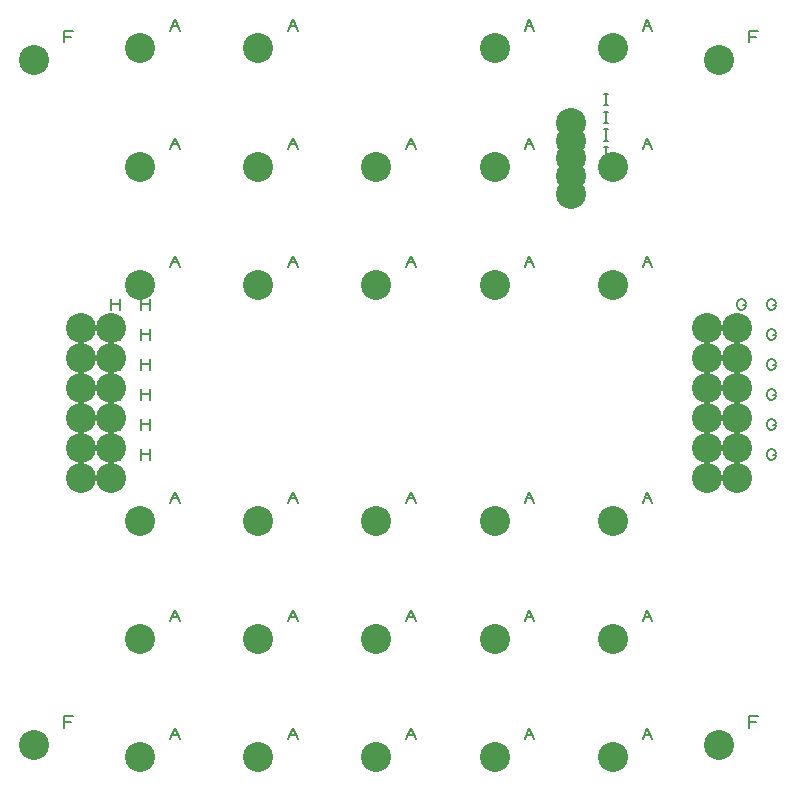
<source format=gbr>
G04 DesignSpark PCB PRO Gerber Version 10.0 Build 5299*
G04 #@! TF.Part,Single*
G04 #@! TF.FileFunction,Drillmap*
G04 #@! TF.FilePolarity,Positive*
%FSLAX35Y35*%
%MOIN*%
%ADD16C,0.00500*%
G04 #@! TA.AperFunction,ViaPad*
%ADD15C,0.10000*%
G04 #@! TD.AperFunction*
X0Y0D02*
D02*
D15*
X27953Y24016D03*
Y252362D03*
X43543Y113189D03*
Y123189D03*
Y133189D03*
Y143189D03*
Y153189D03*
Y163189D03*
X53543Y113189D03*
Y123189D03*
Y133189D03*
Y143189D03*
Y153189D03*
Y163189D03*
X63386Y20079D03*
Y59449D03*
Y98819D03*
Y177559D03*
Y216929D03*
Y256299D03*
X102756Y20079D03*
Y59449D03*
Y98819D03*
Y177559D03*
Y216929D03*
Y256299D03*
X142126Y20079D03*
Y59449D03*
Y98819D03*
Y177559D03*
Y216929D03*
X181496Y20079D03*
Y59449D03*
Y98819D03*
Y177559D03*
Y216929D03*
Y256299D03*
X207087Y207874D03*
Y213780D03*
Y219685D03*
Y225591D03*
Y231496D03*
X220866Y20079D03*
Y59449D03*
Y98819D03*
Y177559D03*
Y216929D03*
Y256299D03*
X252205Y113189D03*
Y123189D03*
Y133189D03*
Y143189D03*
Y153189D03*
Y163189D03*
X256299Y24016D03*
Y252362D03*
X262205Y113189D03*
Y123189D03*
Y133189D03*
Y143189D03*
Y153189D03*
Y163189D03*
D02*
D16*
X37953Y29953D02*
Y33703D01*
X41078D01*
X40453Y31828D02*
X37953D01*
Y258300D02*
Y262050D01*
X41078D01*
X40453Y260175D02*
X37953D01*
X53543Y119126D02*
Y122876D01*
Y121002D02*
X56669D01*
Y119126D02*
Y122876D01*
X53543Y129126D02*
Y132876D01*
Y131002D02*
X56669D01*
Y129126D02*
Y132876D01*
X53543Y139126D02*
Y142876D01*
Y141002D02*
X56669D01*
Y139126D02*
Y142876D01*
X53543Y149126D02*
Y152876D01*
Y151002D02*
X56669D01*
Y149126D02*
Y152876D01*
X53543Y159126D02*
Y162876D01*
Y161002D02*
X56669D01*
Y159126D02*
Y162876D01*
X53543Y169126D02*
Y172876D01*
Y171002D02*
X56669D01*
Y169126D02*
Y172876D01*
X63543Y119126D02*
Y122876D01*
Y121002D02*
X66669D01*
Y119126D02*
Y122876D01*
X63543Y129126D02*
Y132876D01*
Y131002D02*
X66669D01*
Y129126D02*
Y132876D01*
X63543Y139126D02*
Y142876D01*
Y141002D02*
X66669D01*
Y139126D02*
Y142876D01*
X63543Y149126D02*
Y152876D01*
Y151002D02*
X66669D01*
Y149126D02*
Y152876D01*
X63543Y159126D02*
Y162876D01*
Y161002D02*
X66669D01*
Y159126D02*
Y162876D01*
X63543Y169126D02*
Y172876D01*
Y171002D02*
X66669D01*
Y169126D02*
Y172876D01*
X73386Y26016D02*
X74948Y29766D01*
X76511Y26016D01*
X74011Y27579D02*
X75886D01*
X73386Y65386D02*
X74948Y69136D01*
X76511Y65386D01*
X74011Y66949D02*
X75886D01*
X73386Y104756D02*
X74948Y108506D01*
X76511Y104756D01*
X74011Y106319D02*
X75886D01*
X73386Y183496D02*
X74948Y187246D01*
X76511Y183496D01*
X74011Y185059D02*
X75886D01*
X73386Y222867D02*
X74948Y226617D01*
X76511Y222867D01*
X74011Y224429D02*
X75886D01*
X73386Y262237D02*
X74948Y265987D01*
X76511Y262237D01*
X74011Y263799D02*
X75886D01*
X112756Y26016D02*
X114319Y29766D01*
X115881Y26016D01*
X113381Y27579D02*
X115256D01*
X112756Y65386D02*
X114319Y69136D01*
X115881Y65386D01*
X113381Y66949D02*
X115256D01*
X112756Y104756D02*
X114319Y108506D01*
X115881Y104756D01*
X113381Y106319D02*
X115256D01*
X112756Y183496D02*
X114319Y187246D01*
X115881Y183496D01*
X113381Y185059D02*
X115256D01*
X112756Y222867D02*
X114319Y226617D01*
X115881Y222867D01*
X113381Y224429D02*
X115256D01*
X112756Y262237D02*
X114319Y265987D01*
X115881Y262237D01*
X113381Y263799D02*
X115256D01*
X152126Y26016D02*
X153689Y29766D01*
X155251Y26016D01*
X152751Y27579D02*
X154626D01*
X152126Y65386D02*
X153689Y69136D01*
X155251Y65386D01*
X152751Y66949D02*
X154626D01*
X152126Y104756D02*
X153689Y108506D01*
X155251Y104756D01*
X152751Y106319D02*
X154626D01*
X152126Y183496D02*
X153689Y187246D01*
X155251Y183496D01*
X152751Y185059D02*
X154626D01*
X152126Y222867D02*
X153689Y226617D01*
X155251Y222867D01*
X152751Y224429D02*
X154626D01*
X191496Y26016D02*
X193059Y29766D01*
X194621Y26016D01*
X192121Y27579D02*
X193996D01*
X191496Y65386D02*
X193059Y69136D01*
X194621Y65386D01*
X192121Y66949D02*
X193996D01*
X191496Y104756D02*
X193059Y108506D01*
X194621Y104756D01*
X192121Y106319D02*
X193996D01*
X191496Y183496D02*
X193059Y187246D01*
X194621Y183496D01*
X192121Y185059D02*
X193996D01*
X191496Y222867D02*
X193059Y226617D01*
X194621Y222867D01*
X192121Y224429D02*
X193996D01*
X191496Y262237D02*
X193059Y265987D01*
X194621Y262237D01*
X192121Y263799D02*
X193996D01*
X218024Y213811D02*
X219274D01*
X218649D02*
Y217561D01*
X218024D02*
X219274D01*
X218024Y219717D02*
X219274D01*
X218649D02*
Y223467D01*
X218024D02*
X219274D01*
X218024Y225622D02*
X219274D01*
X218649D02*
Y229372D01*
X218024D02*
X219274D01*
X218024Y231528D02*
X219274D01*
X218649D02*
Y235278D01*
X218024D02*
X219274D01*
X218024Y237433D02*
X219274D01*
X218649D02*
Y241183D01*
X218024D02*
X219274D01*
X230866Y26016D02*
X232429Y29766D01*
X233991Y26016D01*
X231491Y27579D02*
X233366D01*
X230866Y65386D02*
X232429Y69136D01*
X233991Y65386D01*
X231491Y66949D02*
X233366D01*
X230866Y104756D02*
X232429Y108506D01*
X233991Y104756D01*
X231491Y106319D02*
X233366D01*
X230866Y183496D02*
X232429Y187246D01*
X233991Y183496D01*
X231491Y185059D02*
X233366D01*
X230866Y222867D02*
X232429Y226617D01*
X233991Y222867D01*
X231491Y224429D02*
X233366D01*
X230866Y262237D02*
X232429Y265987D01*
X233991Y262237D01*
X231491Y263799D02*
X233366D01*
X264392Y120689D02*
X265330D01*
Y120376D01*
X265017Y119752D01*
X264705Y119439D01*
X264080Y119126D01*
X263455D01*
X262830Y119439D01*
X262517Y119752D01*
X262205Y120376D01*
Y121626D01*
X262517Y122252D01*
X262830Y122564D01*
X263455Y122876D01*
X264080D01*
X264705Y122564D01*
X265017Y122252D01*
X265330Y121626D01*
X264392Y130689D02*
X265330D01*
Y130376D01*
X265017Y129752D01*
X264705Y129439D01*
X264080Y129126D01*
X263455D01*
X262830Y129439D01*
X262517Y129752D01*
X262205Y130376D01*
Y131626D01*
X262517Y132252D01*
X262830Y132564D01*
X263455Y132876D01*
X264080D01*
X264705Y132564D01*
X265017Y132252D01*
X265330Y131626D01*
X264392Y140689D02*
X265330D01*
Y140376D01*
X265017Y139752D01*
X264705Y139439D01*
X264080Y139126D01*
X263455D01*
X262830Y139439D01*
X262517Y139752D01*
X262205Y140376D01*
Y141626D01*
X262517Y142252D01*
X262830Y142564D01*
X263455Y142876D01*
X264080D01*
X264705Y142564D01*
X265017Y142252D01*
X265330Y141626D01*
X264392Y150689D02*
X265330D01*
Y150376D01*
X265017Y149752D01*
X264705Y149439D01*
X264080Y149126D01*
X263455D01*
X262830Y149439D01*
X262517Y149752D01*
X262205Y150376D01*
Y151626D01*
X262517Y152252D01*
X262830Y152564D01*
X263455Y152876D01*
X264080D01*
X264705Y152564D01*
X265017Y152252D01*
X265330Y151626D01*
X264392Y160689D02*
X265330D01*
Y160376D01*
X265017Y159752D01*
X264705Y159439D01*
X264080Y159126D01*
X263455D01*
X262830Y159439D01*
X262517Y159752D01*
X262205Y160376D01*
Y161626D01*
X262517Y162252D01*
X262830Y162564D01*
X263455Y162876D01*
X264080D01*
X264705Y162564D01*
X265017Y162252D01*
X265330Y161626D01*
X264392Y170689D02*
X265330D01*
Y170376D01*
X265017Y169752D01*
X264705Y169439D01*
X264080Y169126D01*
X263455D01*
X262830Y169439D01*
X262517Y169752D01*
X262205Y170376D01*
Y171626D01*
X262517Y172252D01*
X262830Y172564D01*
X263455Y172876D01*
X264080D01*
X264705Y172564D01*
X265017Y172252D01*
X265330Y171626D01*
X266299Y29953D02*
Y33703D01*
X269424D01*
X268799Y31828D02*
X266299D01*
Y258300D02*
Y262050D01*
X269424D01*
X268799Y260175D02*
X266299D01*
X274392Y120689D02*
X275330D01*
Y120376D01*
X275017Y119752D01*
X274705Y119439D01*
X274080Y119126D01*
X273455D01*
X272830Y119439D01*
X272517Y119752D01*
X272205Y120376D01*
Y121626D01*
X272517Y122252D01*
X272830Y122564D01*
X273455Y122876D01*
X274080D01*
X274705Y122564D01*
X275017Y122252D01*
X275330Y121626D01*
X274392Y130689D02*
X275330D01*
Y130376D01*
X275017Y129752D01*
X274705Y129439D01*
X274080Y129126D01*
X273455D01*
X272830Y129439D01*
X272517Y129752D01*
X272205Y130376D01*
Y131626D01*
X272517Y132252D01*
X272830Y132564D01*
X273455Y132876D01*
X274080D01*
X274705Y132564D01*
X275017Y132252D01*
X275330Y131626D01*
X274392Y140689D02*
X275330D01*
Y140376D01*
X275017Y139752D01*
X274705Y139439D01*
X274080Y139126D01*
X273455D01*
X272830Y139439D01*
X272517Y139752D01*
X272205Y140376D01*
Y141626D01*
X272517Y142252D01*
X272830Y142564D01*
X273455Y142876D01*
X274080D01*
X274705Y142564D01*
X275017Y142252D01*
X275330Y141626D01*
X274392Y150689D02*
X275330D01*
Y150376D01*
X275017Y149752D01*
X274705Y149439D01*
X274080Y149126D01*
X273455D01*
X272830Y149439D01*
X272517Y149752D01*
X272205Y150376D01*
Y151626D01*
X272517Y152252D01*
X272830Y152564D01*
X273455Y152876D01*
X274080D01*
X274705Y152564D01*
X275017Y152252D01*
X275330Y151626D01*
X274392Y160689D02*
X275330D01*
Y160376D01*
X275017Y159752D01*
X274705Y159439D01*
X274080Y159126D01*
X273455D01*
X272830Y159439D01*
X272517Y159752D01*
X272205Y160376D01*
Y161626D01*
X272517Y162252D01*
X272830Y162564D01*
X273455Y162876D01*
X274080D01*
X274705Y162564D01*
X275017Y162252D01*
X275330Y161626D01*
X274392Y170689D02*
X275330D01*
Y170376D01*
X275017Y169752D01*
X274705Y169439D01*
X274080Y169126D01*
X273455D01*
X272830Y169439D01*
X272517Y169752D01*
X272205Y170376D01*
Y171626D01*
X272517Y172252D01*
X272830Y172564D01*
X273455Y172876D01*
X274080D01*
X274705Y172564D01*
X275017Y172252D01*
X275330Y171626D01*
X0Y0D02*
M02*

</source>
